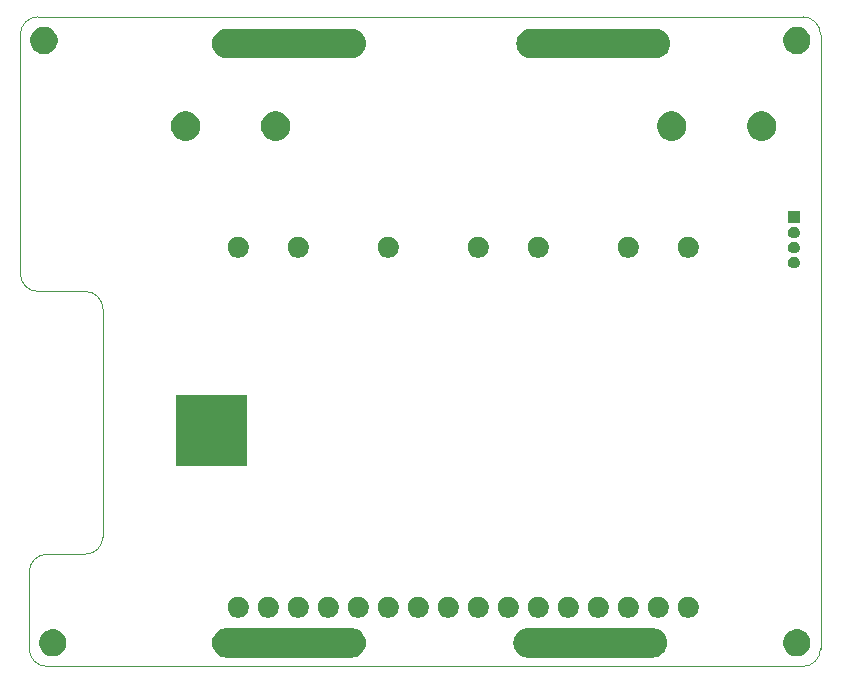
<source format=gbr>
%TF.GenerationSoftware,KiCad,Pcbnew,(5.1.0-0)*%
%TF.CreationDate,2019-05-08T03:50:09+02:00*%
%TF.ProjectId,VFD_Watch,5646445f-5761-4746-9368-2e6b69636164,rev?*%
%TF.SameCoordinates,Original*%
%TF.FileFunction,Soldermask,Bot*%
%TF.FilePolarity,Negative*%
%FSLAX46Y46*%
G04 Gerber Fmt 4.6, Leading zero omitted, Abs format (unit mm)*
G04 Created by KiCad (PCBNEW (5.1.0-0)) date 2019-05-08 03:50:09*
%MOMM*%
%LPD*%
G04 APERTURE LIST*
%ADD10C,0.050000*%
%ADD11C,0.150000*%
G04 APERTURE END LIST*
D10*
X93750000Y-117000000D02*
G75*
G02X92250000Y-118500000I-1500000J0D01*
G01*
X92250000Y-96250000D02*
G75*
G02X93750000Y-97750000I0J-1500000D01*
G01*
X88250000Y-96250000D02*
G75*
G02X86750000Y-94750000I0J1500000D01*
G01*
X87500000Y-120000000D02*
G75*
G02X89000000Y-118500000I1500000J0D01*
G01*
X89000000Y-128000000D02*
G75*
G02X87500000Y-126500000I0J1500000D01*
G01*
X154500000Y-126500000D02*
G75*
G02X153000000Y-128000000I-1500000J0D01*
G01*
X153000000Y-73000000D02*
G75*
G02X154500000Y-74500000I0J-1500000D01*
G01*
X86750000Y-74500000D02*
G75*
G02X88250000Y-73000000I1500000J0D01*
G01*
X87500000Y-120000000D02*
X87500000Y-126500000D01*
X92250000Y-118500000D02*
X89000000Y-118500000D01*
X93750000Y-97750000D02*
X93750000Y-117000000D01*
X88250000Y-96250000D02*
X92250000Y-96250000D01*
X86750000Y-76750000D02*
X86750000Y-94750000D01*
X86750000Y-74500000D02*
X86750000Y-76750000D01*
X153000000Y-73000000D02*
X88250000Y-73000000D01*
X154500000Y-74500000D02*
X154500000Y-126500000D01*
X89000000Y-128000000D02*
X153000000Y-128000000D01*
D11*
G36*
X140495041Y-124768086D02*
G01*
X140612856Y-124803825D01*
X140730669Y-124839563D01*
X140730671Y-124839564D01*
X140947822Y-124955633D01*
X141138160Y-125111840D01*
X141294367Y-125302178D01*
X141410436Y-125519329D01*
X141481914Y-125754959D01*
X141506048Y-126000000D01*
X141481914Y-126245041D01*
X141410436Y-126480671D01*
X141294367Y-126697822D01*
X141138160Y-126888160D01*
X140947822Y-127044367D01*
X140832877Y-127105806D01*
X140730669Y-127160437D01*
X140612856Y-127196175D01*
X140495041Y-127231914D01*
X140311409Y-127250000D01*
X129688591Y-127250000D01*
X129504959Y-127231914D01*
X129387144Y-127196175D01*
X129269331Y-127160437D01*
X129167123Y-127105806D01*
X129052178Y-127044367D01*
X128861840Y-126888160D01*
X128705633Y-126697822D01*
X128589564Y-126480671D01*
X128518086Y-126245041D01*
X128493952Y-126000000D01*
X128518086Y-125754959D01*
X128589564Y-125519329D01*
X128705633Y-125302178D01*
X128861840Y-125111840D01*
X129052178Y-124955633D01*
X129269329Y-124839564D01*
X129269331Y-124839563D01*
X129387144Y-124803825D01*
X129504959Y-124768086D01*
X129688591Y-124750000D01*
X140311409Y-124750000D01*
X140495041Y-124768086D01*
X140495041Y-124768086D01*
G37*
G36*
X114995041Y-124768086D02*
G01*
X115112856Y-124803825D01*
X115230669Y-124839563D01*
X115230671Y-124839564D01*
X115447822Y-124955633D01*
X115638160Y-125111840D01*
X115794367Y-125302178D01*
X115910436Y-125519329D01*
X115981914Y-125754959D01*
X116006048Y-126000000D01*
X115981914Y-126245041D01*
X115910436Y-126480671D01*
X115794367Y-126697822D01*
X115638160Y-126888160D01*
X115447822Y-127044367D01*
X115332877Y-127105806D01*
X115230669Y-127160437D01*
X115112856Y-127196175D01*
X114995041Y-127231914D01*
X114811409Y-127250000D01*
X104188591Y-127250000D01*
X104004959Y-127231914D01*
X103887144Y-127196175D01*
X103769331Y-127160437D01*
X103667123Y-127105806D01*
X103552178Y-127044367D01*
X103361840Y-126888160D01*
X103205633Y-126697822D01*
X103089564Y-126480671D01*
X103018086Y-126245041D01*
X102993952Y-126000000D01*
X103018086Y-125754959D01*
X103089564Y-125519329D01*
X103205633Y-125302178D01*
X103361840Y-125111840D01*
X103552178Y-124955633D01*
X103769329Y-124839564D01*
X103769331Y-124839563D01*
X103887144Y-124803825D01*
X104004959Y-124768086D01*
X104188591Y-124750000D01*
X114811409Y-124750000D01*
X114995041Y-124768086D01*
X114995041Y-124768086D01*
G37*
G36*
X152687324Y-124864731D02*
G01*
X152835443Y-124894194D01*
X153044729Y-124980884D01*
X153233082Y-125106737D01*
X153393263Y-125266918D01*
X153519116Y-125455271D01*
X153605806Y-125664557D01*
X153650000Y-125886735D01*
X153650000Y-126113265D01*
X153605806Y-126335443D01*
X153519116Y-126544729D01*
X153393263Y-126733082D01*
X153233082Y-126893263D01*
X153044729Y-127019116D01*
X152835443Y-127105806D01*
X152687324Y-127135269D01*
X152613266Y-127150000D01*
X152386734Y-127150000D01*
X152312676Y-127135269D01*
X152164557Y-127105806D01*
X151955271Y-127019116D01*
X151766918Y-126893263D01*
X151606737Y-126733082D01*
X151480884Y-126544729D01*
X151394194Y-126335443D01*
X151350000Y-126113265D01*
X151350000Y-125886735D01*
X151394194Y-125664557D01*
X151480884Y-125455271D01*
X151606737Y-125266918D01*
X151766918Y-125106737D01*
X151955271Y-124980884D01*
X152164557Y-124894194D01*
X152312676Y-124864731D01*
X152386734Y-124850000D01*
X152613266Y-124850000D01*
X152687324Y-124864731D01*
X152687324Y-124864731D01*
G37*
G36*
X89687324Y-124864731D02*
G01*
X89835443Y-124894194D01*
X90044729Y-124980884D01*
X90233082Y-125106737D01*
X90393263Y-125266918D01*
X90519116Y-125455271D01*
X90605806Y-125664557D01*
X90650000Y-125886735D01*
X90650000Y-126113265D01*
X90605806Y-126335443D01*
X90519116Y-126544729D01*
X90393263Y-126733082D01*
X90233082Y-126893263D01*
X90044729Y-127019116D01*
X89835443Y-127105806D01*
X89687324Y-127135269D01*
X89613266Y-127150000D01*
X89386734Y-127150000D01*
X89312676Y-127135269D01*
X89164557Y-127105806D01*
X88955271Y-127019116D01*
X88766918Y-126893263D01*
X88606737Y-126733082D01*
X88480884Y-126544729D01*
X88394194Y-126335443D01*
X88350000Y-126113265D01*
X88350000Y-125886735D01*
X88394194Y-125664557D01*
X88480884Y-125455271D01*
X88606737Y-125266918D01*
X88766918Y-125106737D01*
X88955271Y-124980884D01*
X89164557Y-124894194D01*
X89312676Y-124864731D01*
X89386734Y-124850000D01*
X89613266Y-124850000D01*
X89687324Y-124864731D01*
X89687324Y-124864731D01*
G37*
G36*
X133402520Y-122124586D02*
G01*
X133566310Y-122192430D01*
X133713717Y-122290924D01*
X133839076Y-122416283D01*
X133937570Y-122563690D01*
X134005414Y-122727480D01*
X134040000Y-122901358D01*
X134040000Y-123078642D01*
X134005414Y-123252520D01*
X133937570Y-123416310D01*
X133839076Y-123563717D01*
X133713717Y-123689076D01*
X133566310Y-123787570D01*
X133566309Y-123787571D01*
X133566308Y-123787571D01*
X133402520Y-123855414D01*
X133228644Y-123890000D01*
X133051356Y-123890000D01*
X132877480Y-123855414D01*
X132713692Y-123787571D01*
X132713691Y-123787571D01*
X132713690Y-123787570D01*
X132566283Y-123689076D01*
X132440924Y-123563717D01*
X132342430Y-123416310D01*
X132274586Y-123252520D01*
X132240000Y-123078642D01*
X132240000Y-122901358D01*
X132274586Y-122727480D01*
X132342430Y-122563690D01*
X132440924Y-122416283D01*
X132566283Y-122290924D01*
X132713690Y-122192430D01*
X132877480Y-122124586D01*
X133051356Y-122090000D01*
X133228644Y-122090000D01*
X133402520Y-122124586D01*
X133402520Y-122124586D01*
G37*
G36*
X130862520Y-122124586D02*
G01*
X131026310Y-122192430D01*
X131173717Y-122290924D01*
X131299076Y-122416283D01*
X131397570Y-122563690D01*
X131465414Y-122727480D01*
X131500000Y-122901358D01*
X131500000Y-123078642D01*
X131465414Y-123252520D01*
X131397570Y-123416310D01*
X131299076Y-123563717D01*
X131173717Y-123689076D01*
X131026310Y-123787570D01*
X131026309Y-123787571D01*
X131026308Y-123787571D01*
X130862520Y-123855414D01*
X130688644Y-123890000D01*
X130511356Y-123890000D01*
X130337480Y-123855414D01*
X130173692Y-123787571D01*
X130173691Y-123787571D01*
X130173690Y-123787570D01*
X130026283Y-123689076D01*
X129900924Y-123563717D01*
X129802430Y-123416310D01*
X129734586Y-123252520D01*
X129700000Y-123078642D01*
X129700000Y-122901358D01*
X129734586Y-122727480D01*
X129802430Y-122563690D01*
X129900924Y-122416283D01*
X130026283Y-122290924D01*
X130173690Y-122192430D01*
X130337480Y-122124586D01*
X130511356Y-122090000D01*
X130688644Y-122090000D01*
X130862520Y-122124586D01*
X130862520Y-122124586D01*
G37*
G36*
X128322520Y-122124586D02*
G01*
X128486310Y-122192430D01*
X128633717Y-122290924D01*
X128759076Y-122416283D01*
X128857570Y-122563690D01*
X128925414Y-122727480D01*
X128960000Y-122901358D01*
X128960000Y-123078642D01*
X128925414Y-123252520D01*
X128857570Y-123416310D01*
X128759076Y-123563717D01*
X128633717Y-123689076D01*
X128486310Y-123787570D01*
X128486309Y-123787571D01*
X128486308Y-123787571D01*
X128322520Y-123855414D01*
X128148644Y-123890000D01*
X127971356Y-123890000D01*
X127797480Y-123855414D01*
X127633692Y-123787571D01*
X127633691Y-123787571D01*
X127633690Y-123787570D01*
X127486283Y-123689076D01*
X127360924Y-123563717D01*
X127262430Y-123416310D01*
X127194586Y-123252520D01*
X127160000Y-123078642D01*
X127160000Y-122901358D01*
X127194586Y-122727480D01*
X127262430Y-122563690D01*
X127360924Y-122416283D01*
X127486283Y-122290924D01*
X127633690Y-122192430D01*
X127797480Y-122124586D01*
X127971356Y-122090000D01*
X128148644Y-122090000D01*
X128322520Y-122124586D01*
X128322520Y-122124586D01*
G37*
G36*
X125782520Y-122124586D02*
G01*
X125946310Y-122192430D01*
X126093717Y-122290924D01*
X126219076Y-122416283D01*
X126317570Y-122563690D01*
X126385414Y-122727480D01*
X126420000Y-122901358D01*
X126420000Y-123078642D01*
X126385414Y-123252520D01*
X126317570Y-123416310D01*
X126219076Y-123563717D01*
X126093717Y-123689076D01*
X125946310Y-123787570D01*
X125946309Y-123787571D01*
X125946308Y-123787571D01*
X125782520Y-123855414D01*
X125608644Y-123890000D01*
X125431356Y-123890000D01*
X125257480Y-123855414D01*
X125093692Y-123787571D01*
X125093691Y-123787571D01*
X125093690Y-123787570D01*
X124946283Y-123689076D01*
X124820924Y-123563717D01*
X124722430Y-123416310D01*
X124654586Y-123252520D01*
X124620000Y-123078642D01*
X124620000Y-122901358D01*
X124654586Y-122727480D01*
X124722430Y-122563690D01*
X124820924Y-122416283D01*
X124946283Y-122290924D01*
X125093690Y-122192430D01*
X125257480Y-122124586D01*
X125431356Y-122090000D01*
X125608644Y-122090000D01*
X125782520Y-122124586D01*
X125782520Y-122124586D01*
G37*
G36*
X123242520Y-122124586D02*
G01*
X123406310Y-122192430D01*
X123553717Y-122290924D01*
X123679076Y-122416283D01*
X123777570Y-122563690D01*
X123845414Y-122727480D01*
X123880000Y-122901358D01*
X123880000Y-123078642D01*
X123845414Y-123252520D01*
X123777570Y-123416310D01*
X123679076Y-123563717D01*
X123553717Y-123689076D01*
X123406310Y-123787570D01*
X123406309Y-123787571D01*
X123406308Y-123787571D01*
X123242520Y-123855414D01*
X123068644Y-123890000D01*
X122891356Y-123890000D01*
X122717480Y-123855414D01*
X122553692Y-123787571D01*
X122553691Y-123787571D01*
X122553690Y-123787570D01*
X122406283Y-123689076D01*
X122280924Y-123563717D01*
X122182430Y-123416310D01*
X122114586Y-123252520D01*
X122080000Y-123078642D01*
X122080000Y-122901358D01*
X122114586Y-122727480D01*
X122182430Y-122563690D01*
X122280924Y-122416283D01*
X122406283Y-122290924D01*
X122553690Y-122192430D01*
X122717480Y-122124586D01*
X122891356Y-122090000D01*
X123068644Y-122090000D01*
X123242520Y-122124586D01*
X123242520Y-122124586D01*
G37*
G36*
X120702520Y-122124586D02*
G01*
X120866310Y-122192430D01*
X121013717Y-122290924D01*
X121139076Y-122416283D01*
X121237570Y-122563690D01*
X121305414Y-122727480D01*
X121340000Y-122901358D01*
X121340000Y-123078642D01*
X121305414Y-123252520D01*
X121237570Y-123416310D01*
X121139076Y-123563717D01*
X121013717Y-123689076D01*
X120866310Y-123787570D01*
X120866309Y-123787571D01*
X120866308Y-123787571D01*
X120702520Y-123855414D01*
X120528644Y-123890000D01*
X120351356Y-123890000D01*
X120177480Y-123855414D01*
X120013692Y-123787571D01*
X120013691Y-123787571D01*
X120013690Y-123787570D01*
X119866283Y-123689076D01*
X119740924Y-123563717D01*
X119642430Y-123416310D01*
X119574586Y-123252520D01*
X119540000Y-123078642D01*
X119540000Y-122901358D01*
X119574586Y-122727480D01*
X119642430Y-122563690D01*
X119740924Y-122416283D01*
X119866283Y-122290924D01*
X120013690Y-122192430D01*
X120177480Y-122124586D01*
X120351356Y-122090000D01*
X120528644Y-122090000D01*
X120702520Y-122124586D01*
X120702520Y-122124586D01*
G37*
G36*
X118162520Y-122124586D02*
G01*
X118326310Y-122192430D01*
X118473717Y-122290924D01*
X118599076Y-122416283D01*
X118697570Y-122563690D01*
X118765414Y-122727480D01*
X118800000Y-122901358D01*
X118800000Y-123078642D01*
X118765414Y-123252520D01*
X118697570Y-123416310D01*
X118599076Y-123563717D01*
X118473717Y-123689076D01*
X118326310Y-123787570D01*
X118326309Y-123787571D01*
X118326308Y-123787571D01*
X118162520Y-123855414D01*
X117988644Y-123890000D01*
X117811356Y-123890000D01*
X117637480Y-123855414D01*
X117473692Y-123787571D01*
X117473691Y-123787571D01*
X117473690Y-123787570D01*
X117326283Y-123689076D01*
X117200924Y-123563717D01*
X117102430Y-123416310D01*
X117034586Y-123252520D01*
X117000000Y-123078642D01*
X117000000Y-122901358D01*
X117034586Y-122727480D01*
X117102430Y-122563690D01*
X117200924Y-122416283D01*
X117326283Y-122290924D01*
X117473690Y-122192430D01*
X117637480Y-122124586D01*
X117811356Y-122090000D01*
X117988644Y-122090000D01*
X118162520Y-122124586D01*
X118162520Y-122124586D01*
G37*
G36*
X115622520Y-122124586D02*
G01*
X115786310Y-122192430D01*
X115933717Y-122290924D01*
X116059076Y-122416283D01*
X116157570Y-122563690D01*
X116225414Y-122727480D01*
X116260000Y-122901358D01*
X116260000Y-123078642D01*
X116225414Y-123252520D01*
X116157570Y-123416310D01*
X116059076Y-123563717D01*
X115933717Y-123689076D01*
X115786310Y-123787570D01*
X115786309Y-123787571D01*
X115786308Y-123787571D01*
X115622520Y-123855414D01*
X115448644Y-123890000D01*
X115271356Y-123890000D01*
X115097480Y-123855414D01*
X114933692Y-123787571D01*
X114933691Y-123787571D01*
X114933690Y-123787570D01*
X114786283Y-123689076D01*
X114660924Y-123563717D01*
X114562430Y-123416310D01*
X114494586Y-123252520D01*
X114460000Y-123078642D01*
X114460000Y-122901358D01*
X114494586Y-122727480D01*
X114562430Y-122563690D01*
X114660924Y-122416283D01*
X114786283Y-122290924D01*
X114933690Y-122192430D01*
X115097480Y-122124586D01*
X115271356Y-122090000D01*
X115448644Y-122090000D01*
X115622520Y-122124586D01*
X115622520Y-122124586D01*
G37*
G36*
X113082520Y-122124586D02*
G01*
X113246310Y-122192430D01*
X113393717Y-122290924D01*
X113519076Y-122416283D01*
X113617570Y-122563690D01*
X113685414Y-122727480D01*
X113720000Y-122901358D01*
X113720000Y-123078642D01*
X113685414Y-123252520D01*
X113617570Y-123416310D01*
X113519076Y-123563717D01*
X113393717Y-123689076D01*
X113246310Y-123787570D01*
X113246309Y-123787571D01*
X113246308Y-123787571D01*
X113082520Y-123855414D01*
X112908644Y-123890000D01*
X112731356Y-123890000D01*
X112557480Y-123855414D01*
X112393692Y-123787571D01*
X112393691Y-123787571D01*
X112393690Y-123787570D01*
X112246283Y-123689076D01*
X112120924Y-123563717D01*
X112022430Y-123416310D01*
X111954586Y-123252520D01*
X111920000Y-123078642D01*
X111920000Y-122901358D01*
X111954586Y-122727480D01*
X112022430Y-122563690D01*
X112120924Y-122416283D01*
X112246283Y-122290924D01*
X112393690Y-122192430D01*
X112557480Y-122124586D01*
X112731356Y-122090000D01*
X112908644Y-122090000D01*
X113082520Y-122124586D01*
X113082520Y-122124586D01*
G37*
G36*
X110542520Y-122124586D02*
G01*
X110706310Y-122192430D01*
X110853717Y-122290924D01*
X110979076Y-122416283D01*
X111077570Y-122563690D01*
X111145414Y-122727480D01*
X111180000Y-122901358D01*
X111180000Y-123078642D01*
X111145414Y-123252520D01*
X111077570Y-123416310D01*
X110979076Y-123563717D01*
X110853717Y-123689076D01*
X110706310Y-123787570D01*
X110706309Y-123787571D01*
X110706308Y-123787571D01*
X110542520Y-123855414D01*
X110368644Y-123890000D01*
X110191356Y-123890000D01*
X110017480Y-123855414D01*
X109853692Y-123787571D01*
X109853691Y-123787571D01*
X109853690Y-123787570D01*
X109706283Y-123689076D01*
X109580924Y-123563717D01*
X109482430Y-123416310D01*
X109414586Y-123252520D01*
X109380000Y-123078642D01*
X109380000Y-122901358D01*
X109414586Y-122727480D01*
X109482430Y-122563690D01*
X109580924Y-122416283D01*
X109706283Y-122290924D01*
X109853690Y-122192430D01*
X110017480Y-122124586D01*
X110191356Y-122090000D01*
X110368644Y-122090000D01*
X110542520Y-122124586D01*
X110542520Y-122124586D01*
G37*
G36*
X108002520Y-122124586D02*
G01*
X108166310Y-122192430D01*
X108313717Y-122290924D01*
X108439076Y-122416283D01*
X108537570Y-122563690D01*
X108605414Y-122727480D01*
X108640000Y-122901358D01*
X108640000Y-123078642D01*
X108605414Y-123252520D01*
X108537570Y-123416310D01*
X108439076Y-123563717D01*
X108313717Y-123689076D01*
X108166310Y-123787570D01*
X108166309Y-123787571D01*
X108166308Y-123787571D01*
X108002520Y-123855414D01*
X107828644Y-123890000D01*
X107651356Y-123890000D01*
X107477480Y-123855414D01*
X107313692Y-123787571D01*
X107313691Y-123787571D01*
X107313690Y-123787570D01*
X107166283Y-123689076D01*
X107040924Y-123563717D01*
X106942430Y-123416310D01*
X106874586Y-123252520D01*
X106840000Y-123078642D01*
X106840000Y-122901358D01*
X106874586Y-122727480D01*
X106942430Y-122563690D01*
X107040924Y-122416283D01*
X107166283Y-122290924D01*
X107313690Y-122192430D01*
X107477480Y-122124586D01*
X107651356Y-122090000D01*
X107828644Y-122090000D01*
X108002520Y-122124586D01*
X108002520Y-122124586D01*
G37*
G36*
X105462520Y-122124586D02*
G01*
X105626310Y-122192430D01*
X105773717Y-122290924D01*
X105899076Y-122416283D01*
X105997570Y-122563690D01*
X106065414Y-122727480D01*
X106100000Y-122901358D01*
X106100000Y-123078642D01*
X106065414Y-123252520D01*
X105997570Y-123416310D01*
X105899076Y-123563717D01*
X105773717Y-123689076D01*
X105626310Y-123787570D01*
X105626309Y-123787571D01*
X105626308Y-123787571D01*
X105462520Y-123855414D01*
X105288644Y-123890000D01*
X105111356Y-123890000D01*
X104937480Y-123855414D01*
X104773692Y-123787571D01*
X104773691Y-123787571D01*
X104773690Y-123787570D01*
X104626283Y-123689076D01*
X104500924Y-123563717D01*
X104402430Y-123416310D01*
X104334586Y-123252520D01*
X104300000Y-123078642D01*
X104300000Y-122901358D01*
X104334586Y-122727480D01*
X104402430Y-122563690D01*
X104500924Y-122416283D01*
X104626283Y-122290924D01*
X104773690Y-122192430D01*
X104937480Y-122124586D01*
X105111356Y-122090000D01*
X105288644Y-122090000D01*
X105462520Y-122124586D01*
X105462520Y-122124586D01*
G37*
G36*
X143562520Y-122124586D02*
G01*
X143726310Y-122192430D01*
X143873717Y-122290924D01*
X143999076Y-122416283D01*
X144097570Y-122563690D01*
X144165414Y-122727480D01*
X144200000Y-122901358D01*
X144200000Y-123078642D01*
X144165414Y-123252520D01*
X144097570Y-123416310D01*
X143999076Y-123563717D01*
X143873717Y-123689076D01*
X143726310Y-123787570D01*
X143726309Y-123787571D01*
X143726308Y-123787571D01*
X143562520Y-123855414D01*
X143388644Y-123890000D01*
X143211356Y-123890000D01*
X143037480Y-123855414D01*
X142873692Y-123787571D01*
X142873691Y-123787571D01*
X142873690Y-123787570D01*
X142726283Y-123689076D01*
X142600924Y-123563717D01*
X142502430Y-123416310D01*
X142434586Y-123252520D01*
X142400000Y-123078642D01*
X142400000Y-122901358D01*
X142434586Y-122727480D01*
X142502430Y-122563690D01*
X142600924Y-122416283D01*
X142726283Y-122290924D01*
X142873690Y-122192430D01*
X143037480Y-122124586D01*
X143211356Y-122090000D01*
X143388644Y-122090000D01*
X143562520Y-122124586D01*
X143562520Y-122124586D01*
G37*
G36*
X141022520Y-122124586D02*
G01*
X141186310Y-122192430D01*
X141333717Y-122290924D01*
X141459076Y-122416283D01*
X141557570Y-122563690D01*
X141625414Y-122727480D01*
X141660000Y-122901358D01*
X141660000Y-123078642D01*
X141625414Y-123252520D01*
X141557570Y-123416310D01*
X141459076Y-123563717D01*
X141333717Y-123689076D01*
X141186310Y-123787570D01*
X141186309Y-123787571D01*
X141186308Y-123787571D01*
X141022520Y-123855414D01*
X140848644Y-123890000D01*
X140671356Y-123890000D01*
X140497480Y-123855414D01*
X140333692Y-123787571D01*
X140333691Y-123787571D01*
X140333690Y-123787570D01*
X140186283Y-123689076D01*
X140060924Y-123563717D01*
X139962430Y-123416310D01*
X139894586Y-123252520D01*
X139860000Y-123078642D01*
X139860000Y-122901358D01*
X139894586Y-122727480D01*
X139962430Y-122563690D01*
X140060924Y-122416283D01*
X140186283Y-122290924D01*
X140333690Y-122192430D01*
X140497480Y-122124586D01*
X140671356Y-122090000D01*
X140848644Y-122090000D01*
X141022520Y-122124586D01*
X141022520Y-122124586D01*
G37*
G36*
X135942520Y-122124586D02*
G01*
X136106310Y-122192430D01*
X136253717Y-122290924D01*
X136379076Y-122416283D01*
X136477570Y-122563690D01*
X136545414Y-122727480D01*
X136580000Y-122901358D01*
X136580000Y-123078642D01*
X136545414Y-123252520D01*
X136477570Y-123416310D01*
X136379076Y-123563717D01*
X136253717Y-123689076D01*
X136106310Y-123787570D01*
X136106309Y-123787571D01*
X136106308Y-123787571D01*
X135942520Y-123855414D01*
X135768644Y-123890000D01*
X135591356Y-123890000D01*
X135417480Y-123855414D01*
X135253692Y-123787571D01*
X135253691Y-123787571D01*
X135253690Y-123787570D01*
X135106283Y-123689076D01*
X134980924Y-123563717D01*
X134882430Y-123416310D01*
X134814586Y-123252520D01*
X134780000Y-123078642D01*
X134780000Y-122901358D01*
X134814586Y-122727480D01*
X134882430Y-122563690D01*
X134980924Y-122416283D01*
X135106283Y-122290924D01*
X135253690Y-122192430D01*
X135417480Y-122124586D01*
X135591356Y-122090000D01*
X135768644Y-122090000D01*
X135942520Y-122124586D01*
X135942520Y-122124586D01*
G37*
G36*
X138482520Y-122124586D02*
G01*
X138646310Y-122192430D01*
X138793717Y-122290924D01*
X138919076Y-122416283D01*
X139017570Y-122563690D01*
X139085414Y-122727480D01*
X139120000Y-122901358D01*
X139120000Y-123078642D01*
X139085414Y-123252520D01*
X139017570Y-123416310D01*
X138919076Y-123563717D01*
X138793717Y-123689076D01*
X138646310Y-123787570D01*
X138646309Y-123787571D01*
X138646308Y-123787571D01*
X138482520Y-123855414D01*
X138308644Y-123890000D01*
X138131356Y-123890000D01*
X137957480Y-123855414D01*
X137793692Y-123787571D01*
X137793691Y-123787571D01*
X137793690Y-123787570D01*
X137646283Y-123689076D01*
X137520924Y-123563717D01*
X137422430Y-123416310D01*
X137354586Y-123252520D01*
X137320000Y-123078642D01*
X137320000Y-122901358D01*
X137354586Y-122727480D01*
X137422430Y-122563690D01*
X137520924Y-122416283D01*
X137646283Y-122290924D01*
X137793690Y-122192430D01*
X137957480Y-122124586D01*
X138131356Y-122090000D01*
X138308644Y-122090000D01*
X138482520Y-122124586D01*
X138482520Y-122124586D01*
G37*
G36*
X105913000Y-111004000D02*
G01*
X99913000Y-111004000D01*
X99913000Y-105004000D01*
X105913000Y-105004000D01*
X105913000Y-111004000D01*
X105913000Y-111004000D01*
G37*
G36*
X152348015Y-93297234D02*
G01*
X152442270Y-93325826D01*
X152529128Y-93372253D01*
X152605264Y-93434736D01*
X152667747Y-93510872D01*
X152714174Y-93597730D01*
X152742766Y-93691985D01*
X152752419Y-93790000D01*
X152742766Y-93888015D01*
X152714174Y-93982270D01*
X152667747Y-94069128D01*
X152605264Y-94145264D01*
X152529128Y-94207747D01*
X152442270Y-94254174D01*
X152348015Y-94282766D01*
X152274564Y-94290000D01*
X152225436Y-94290000D01*
X152151985Y-94282766D01*
X152057730Y-94254174D01*
X151970872Y-94207747D01*
X151894736Y-94145264D01*
X151832253Y-94069128D01*
X151785826Y-93982270D01*
X151757234Y-93888015D01*
X151747581Y-93790000D01*
X151757234Y-93691985D01*
X151785826Y-93597730D01*
X151832253Y-93510872D01*
X151894736Y-93434736D01*
X151970872Y-93372253D01*
X152057730Y-93325826D01*
X152151985Y-93297234D01*
X152225436Y-93290000D01*
X152274564Y-93290000D01*
X152348015Y-93297234D01*
X152348015Y-93297234D01*
G37*
G36*
X138482520Y-91644586D02*
G01*
X138646310Y-91712430D01*
X138793717Y-91810924D01*
X138919076Y-91936283D01*
X138979847Y-92027234D01*
X139017571Y-92083692D01*
X139085414Y-92247480D01*
X139101377Y-92327730D01*
X139120000Y-92421358D01*
X139120000Y-92598642D01*
X139085414Y-92772520D01*
X139017570Y-92936310D01*
X138919076Y-93083717D01*
X138793717Y-93209076D01*
X138646310Y-93307570D01*
X138646309Y-93307571D01*
X138646308Y-93307571D01*
X138482520Y-93375414D01*
X138308644Y-93410000D01*
X138131356Y-93410000D01*
X137957480Y-93375414D01*
X137793692Y-93307571D01*
X137793691Y-93307571D01*
X137793690Y-93307570D01*
X137646283Y-93209076D01*
X137520924Y-93083717D01*
X137422430Y-92936310D01*
X137354586Y-92772520D01*
X137320000Y-92598642D01*
X137320000Y-92421358D01*
X137338624Y-92327730D01*
X137354586Y-92247480D01*
X137422429Y-92083692D01*
X137460153Y-92027234D01*
X137520924Y-91936283D01*
X137646283Y-91810924D01*
X137793690Y-91712430D01*
X137957480Y-91644586D01*
X138131356Y-91610000D01*
X138308644Y-91610000D01*
X138482520Y-91644586D01*
X138482520Y-91644586D01*
G37*
G36*
X105462520Y-91644586D02*
G01*
X105626310Y-91712430D01*
X105773717Y-91810924D01*
X105899076Y-91936283D01*
X105959847Y-92027234D01*
X105997571Y-92083692D01*
X106065414Y-92247480D01*
X106081377Y-92327730D01*
X106100000Y-92421358D01*
X106100000Y-92598642D01*
X106065414Y-92772520D01*
X105997570Y-92936310D01*
X105899076Y-93083717D01*
X105773717Y-93209076D01*
X105626310Y-93307570D01*
X105626309Y-93307571D01*
X105626308Y-93307571D01*
X105462520Y-93375414D01*
X105288644Y-93410000D01*
X105111356Y-93410000D01*
X104937480Y-93375414D01*
X104773692Y-93307571D01*
X104773691Y-93307571D01*
X104773690Y-93307570D01*
X104626283Y-93209076D01*
X104500924Y-93083717D01*
X104402430Y-92936310D01*
X104334586Y-92772520D01*
X104300000Y-92598642D01*
X104300000Y-92421358D01*
X104318624Y-92327730D01*
X104334586Y-92247480D01*
X104402429Y-92083692D01*
X104440153Y-92027234D01*
X104500924Y-91936283D01*
X104626283Y-91810924D01*
X104773690Y-91712430D01*
X104937480Y-91644586D01*
X105111356Y-91610000D01*
X105288644Y-91610000D01*
X105462520Y-91644586D01*
X105462520Y-91644586D01*
G37*
G36*
X110542520Y-91644586D02*
G01*
X110706310Y-91712430D01*
X110853717Y-91810924D01*
X110979076Y-91936283D01*
X111039847Y-92027234D01*
X111077571Y-92083692D01*
X111145414Y-92247480D01*
X111161377Y-92327730D01*
X111180000Y-92421358D01*
X111180000Y-92598642D01*
X111145414Y-92772520D01*
X111077570Y-92936310D01*
X110979076Y-93083717D01*
X110853717Y-93209076D01*
X110706310Y-93307570D01*
X110706309Y-93307571D01*
X110706308Y-93307571D01*
X110542520Y-93375414D01*
X110368644Y-93410000D01*
X110191356Y-93410000D01*
X110017480Y-93375414D01*
X109853692Y-93307571D01*
X109853691Y-93307571D01*
X109853690Y-93307570D01*
X109706283Y-93209076D01*
X109580924Y-93083717D01*
X109482430Y-92936310D01*
X109414586Y-92772520D01*
X109380000Y-92598642D01*
X109380000Y-92421358D01*
X109398624Y-92327730D01*
X109414586Y-92247480D01*
X109482429Y-92083692D01*
X109520153Y-92027234D01*
X109580924Y-91936283D01*
X109706283Y-91810924D01*
X109853690Y-91712430D01*
X110017480Y-91644586D01*
X110191356Y-91610000D01*
X110368644Y-91610000D01*
X110542520Y-91644586D01*
X110542520Y-91644586D01*
G37*
G36*
X118162520Y-91644586D02*
G01*
X118326310Y-91712430D01*
X118473717Y-91810924D01*
X118599076Y-91936283D01*
X118659847Y-92027234D01*
X118697571Y-92083692D01*
X118765414Y-92247480D01*
X118781377Y-92327730D01*
X118800000Y-92421358D01*
X118800000Y-92598642D01*
X118765414Y-92772520D01*
X118697570Y-92936310D01*
X118599076Y-93083717D01*
X118473717Y-93209076D01*
X118326310Y-93307570D01*
X118326309Y-93307571D01*
X118326308Y-93307571D01*
X118162520Y-93375414D01*
X117988644Y-93410000D01*
X117811356Y-93410000D01*
X117637480Y-93375414D01*
X117473692Y-93307571D01*
X117473691Y-93307571D01*
X117473690Y-93307570D01*
X117326283Y-93209076D01*
X117200924Y-93083717D01*
X117102430Y-92936310D01*
X117034586Y-92772520D01*
X117000000Y-92598642D01*
X117000000Y-92421358D01*
X117018624Y-92327730D01*
X117034586Y-92247480D01*
X117102429Y-92083692D01*
X117140153Y-92027234D01*
X117200924Y-91936283D01*
X117326283Y-91810924D01*
X117473690Y-91712430D01*
X117637480Y-91644586D01*
X117811356Y-91610000D01*
X117988644Y-91610000D01*
X118162520Y-91644586D01*
X118162520Y-91644586D01*
G37*
G36*
X125782520Y-91644586D02*
G01*
X125946310Y-91712430D01*
X126093717Y-91810924D01*
X126219076Y-91936283D01*
X126279847Y-92027234D01*
X126317571Y-92083692D01*
X126385414Y-92247480D01*
X126401377Y-92327730D01*
X126420000Y-92421358D01*
X126420000Y-92598642D01*
X126385414Y-92772520D01*
X126317570Y-92936310D01*
X126219076Y-93083717D01*
X126093717Y-93209076D01*
X125946310Y-93307570D01*
X125946309Y-93307571D01*
X125946308Y-93307571D01*
X125782520Y-93375414D01*
X125608644Y-93410000D01*
X125431356Y-93410000D01*
X125257480Y-93375414D01*
X125093692Y-93307571D01*
X125093691Y-93307571D01*
X125093690Y-93307570D01*
X124946283Y-93209076D01*
X124820924Y-93083717D01*
X124722430Y-92936310D01*
X124654586Y-92772520D01*
X124620000Y-92598642D01*
X124620000Y-92421358D01*
X124638624Y-92327730D01*
X124654586Y-92247480D01*
X124722429Y-92083692D01*
X124760153Y-92027234D01*
X124820924Y-91936283D01*
X124946283Y-91810924D01*
X125093690Y-91712430D01*
X125257480Y-91644586D01*
X125431356Y-91610000D01*
X125608644Y-91610000D01*
X125782520Y-91644586D01*
X125782520Y-91644586D01*
G37*
G36*
X130862520Y-91644586D02*
G01*
X131026310Y-91712430D01*
X131173717Y-91810924D01*
X131299076Y-91936283D01*
X131359847Y-92027234D01*
X131397571Y-92083692D01*
X131465414Y-92247480D01*
X131481377Y-92327730D01*
X131500000Y-92421358D01*
X131500000Y-92598642D01*
X131465414Y-92772520D01*
X131397570Y-92936310D01*
X131299076Y-93083717D01*
X131173717Y-93209076D01*
X131026310Y-93307570D01*
X131026309Y-93307571D01*
X131026308Y-93307571D01*
X130862520Y-93375414D01*
X130688644Y-93410000D01*
X130511356Y-93410000D01*
X130337480Y-93375414D01*
X130173692Y-93307571D01*
X130173691Y-93307571D01*
X130173690Y-93307570D01*
X130026283Y-93209076D01*
X129900924Y-93083717D01*
X129802430Y-92936310D01*
X129734586Y-92772520D01*
X129700000Y-92598642D01*
X129700000Y-92421358D01*
X129718624Y-92327730D01*
X129734586Y-92247480D01*
X129802429Y-92083692D01*
X129840153Y-92027234D01*
X129900924Y-91936283D01*
X130026283Y-91810924D01*
X130173690Y-91712430D01*
X130337480Y-91644586D01*
X130511356Y-91610000D01*
X130688644Y-91610000D01*
X130862520Y-91644586D01*
X130862520Y-91644586D01*
G37*
G36*
X143562520Y-91644586D02*
G01*
X143726310Y-91712430D01*
X143873717Y-91810924D01*
X143999076Y-91936283D01*
X144059847Y-92027234D01*
X144097571Y-92083692D01*
X144165414Y-92247480D01*
X144181377Y-92327730D01*
X144200000Y-92421358D01*
X144200000Y-92598642D01*
X144165414Y-92772520D01*
X144097570Y-92936310D01*
X143999076Y-93083717D01*
X143873717Y-93209076D01*
X143726310Y-93307570D01*
X143726309Y-93307571D01*
X143726308Y-93307571D01*
X143562520Y-93375414D01*
X143388644Y-93410000D01*
X143211356Y-93410000D01*
X143037480Y-93375414D01*
X142873692Y-93307571D01*
X142873691Y-93307571D01*
X142873690Y-93307570D01*
X142726283Y-93209076D01*
X142600924Y-93083717D01*
X142502430Y-92936310D01*
X142434586Y-92772520D01*
X142400000Y-92598642D01*
X142400000Y-92421358D01*
X142418624Y-92327730D01*
X142434586Y-92247480D01*
X142502429Y-92083692D01*
X142540153Y-92027234D01*
X142600924Y-91936283D01*
X142726283Y-91810924D01*
X142873690Y-91712430D01*
X143037480Y-91644586D01*
X143211356Y-91610000D01*
X143388644Y-91610000D01*
X143562520Y-91644586D01*
X143562520Y-91644586D01*
G37*
G36*
X152348015Y-92027234D02*
G01*
X152442270Y-92055826D01*
X152529128Y-92102253D01*
X152605264Y-92164736D01*
X152667747Y-92240872D01*
X152714174Y-92327730D01*
X152742766Y-92421985D01*
X152752419Y-92520000D01*
X152742766Y-92618015D01*
X152714174Y-92712270D01*
X152667747Y-92799128D01*
X152605264Y-92875264D01*
X152529128Y-92937747D01*
X152442270Y-92984174D01*
X152348015Y-93012766D01*
X152274564Y-93020000D01*
X152225436Y-93020000D01*
X152151985Y-93012766D01*
X152057730Y-92984174D01*
X151970872Y-92937747D01*
X151894736Y-92875264D01*
X151832253Y-92799128D01*
X151785826Y-92712270D01*
X151757234Y-92618015D01*
X151747581Y-92520000D01*
X151757234Y-92421985D01*
X151785826Y-92327730D01*
X151832253Y-92240872D01*
X151894736Y-92164736D01*
X151970872Y-92102253D01*
X152057730Y-92055826D01*
X152151985Y-92027234D01*
X152225436Y-92020000D01*
X152274564Y-92020000D01*
X152348015Y-92027234D01*
X152348015Y-92027234D01*
G37*
G36*
X152348015Y-90757234D02*
G01*
X152442270Y-90785826D01*
X152529128Y-90832253D01*
X152605264Y-90894736D01*
X152667747Y-90970872D01*
X152714174Y-91057730D01*
X152742766Y-91151985D01*
X152752419Y-91250000D01*
X152742766Y-91348015D01*
X152714174Y-91442270D01*
X152667747Y-91529128D01*
X152605264Y-91605264D01*
X152529128Y-91667747D01*
X152442270Y-91714174D01*
X152348015Y-91742766D01*
X152274564Y-91750000D01*
X152225436Y-91750000D01*
X152151985Y-91742766D01*
X152057730Y-91714174D01*
X151970872Y-91667747D01*
X151894736Y-91605264D01*
X151832253Y-91529128D01*
X151785826Y-91442270D01*
X151757234Y-91348015D01*
X151747581Y-91250000D01*
X151757234Y-91151985D01*
X151785826Y-91057730D01*
X151832253Y-90970872D01*
X151894736Y-90894736D01*
X151970872Y-90832253D01*
X152057730Y-90785826D01*
X152151985Y-90757234D01*
X152225436Y-90750000D01*
X152274564Y-90750000D01*
X152348015Y-90757234D01*
X152348015Y-90757234D01*
G37*
G36*
X152750000Y-90480000D02*
G01*
X151750000Y-90480000D01*
X151750000Y-89480000D01*
X152750000Y-89480000D01*
X152750000Y-90480000D01*
X152750000Y-90480000D01*
G37*
G36*
X149884610Y-81048036D02*
G01*
X150112095Y-81142264D01*
X150112097Y-81142265D01*
X150316828Y-81279062D01*
X150490938Y-81453172D01*
X150627736Y-81657905D01*
X150721964Y-81885390D01*
X150770000Y-82126884D01*
X150770000Y-82373116D01*
X150721964Y-82614610D01*
X150627736Y-82842095D01*
X150627735Y-82842097D01*
X150490938Y-83046828D01*
X150316828Y-83220938D01*
X150112097Y-83357735D01*
X150112096Y-83357736D01*
X150112095Y-83357736D01*
X149884610Y-83451964D01*
X149643116Y-83500000D01*
X149396884Y-83500000D01*
X149155390Y-83451964D01*
X148927905Y-83357736D01*
X148927904Y-83357736D01*
X148927903Y-83357735D01*
X148723172Y-83220938D01*
X148549062Y-83046828D01*
X148412265Y-82842097D01*
X148412264Y-82842095D01*
X148318036Y-82614610D01*
X148270000Y-82373116D01*
X148270000Y-82126884D01*
X148318036Y-81885390D01*
X148412264Y-81657905D01*
X148549062Y-81453172D01*
X148723172Y-81279062D01*
X148927903Y-81142265D01*
X148927905Y-81142264D01*
X149155390Y-81048036D01*
X149396884Y-81000000D01*
X149643116Y-81000000D01*
X149884610Y-81048036D01*
X149884610Y-81048036D01*
G37*
G36*
X142264610Y-81048036D02*
G01*
X142492095Y-81142264D01*
X142492097Y-81142265D01*
X142696828Y-81279062D01*
X142870938Y-81453172D01*
X143007736Y-81657905D01*
X143101964Y-81885390D01*
X143150000Y-82126884D01*
X143150000Y-82373116D01*
X143101964Y-82614610D01*
X143007736Y-82842095D01*
X143007735Y-82842097D01*
X142870938Y-83046828D01*
X142696828Y-83220938D01*
X142492097Y-83357735D01*
X142492096Y-83357736D01*
X142492095Y-83357736D01*
X142264610Y-83451964D01*
X142023116Y-83500000D01*
X141776884Y-83500000D01*
X141535390Y-83451964D01*
X141307905Y-83357736D01*
X141307904Y-83357736D01*
X141307903Y-83357735D01*
X141103172Y-83220938D01*
X140929062Y-83046828D01*
X140792265Y-82842097D01*
X140792264Y-82842095D01*
X140698036Y-82614610D01*
X140650000Y-82373116D01*
X140650000Y-82126884D01*
X140698036Y-81885390D01*
X140792264Y-81657905D01*
X140929062Y-81453172D01*
X141103172Y-81279062D01*
X141307903Y-81142265D01*
X141307905Y-81142264D01*
X141535390Y-81048036D01*
X141776884Y-81000000D01*
X142023116Y-81000000D01*
X142264610Y-81048036D01*
X142264610Y-81048036D01*
G37*
G36*
X108734610Y-81048036D02*
G01*
X108962095Y-81142264D01*
X108962097Y-81142265D01*
X109166828Y-81279062D01*
X109340938Y-81453172D01*
X109477736Y-81657905D01*
X109571964Y-81885390D01*
X109620000Y-82126884D01*
X109620000Y-82373116D01*
X109571964Y-82614610D01*
X109477736Y-82842095D01*
X109477735Y-82842097D01*
X109340938Y-83046828D01*
X109166828Y-83220938D01*
X108962097Y-83357735D01*
X108962096Y-83357736D01*
X108962095Y-83357736D01*
X108734610Y-83451964D01*
X108493116Y-83500000D01*
X108246884Y-83500000D01*
X108005390Y-83451964D01*
X107777905Y-83357736D01*
X107777904Y-83357736D01*
X107777903Y-83357735D01*
X107573172Y-83220938D01*
X107399062Y-83046828D01*
X107262265Y-82842097D01*
X107262264Y-82842095D01*
X107168036Y-82614610D01*
X107120000Y-82373116D01*
X107120000Y-82126884D01*
X107168036Y-81885390D01*
X107262264Y-81657905D01*
X107399062Y-81453172D01*
X107573172Y-81279062D01*
X107777903Y-81142265D01*
X107777905Y-81142264D01*
X108005390Y-81048036D01*
X108246884Y-81000000D01*
X108493116Y-81000000D01*
X108734610Y-81048036D01*
X108734610Y-81048036D01*
G37*
G36*
X101114610Y-81048036D02*
G01*
X101342095Y-81142264D01*
X101342097Y-81142265D01*
X101546828Y-81279062D01*
X101720938Y-81453172D01*
X101857736Y-81657905D01*
X101951964Y-81885390D01*
X102000000Y-82126884D01*
X102000000Y-82373116D01*
X101951964Y-82614610D01*
X101857736Y-82842095D01*
X101857735Y-82842097D01*
X101720938Y-83046828D01*
X101546828Y-83220938D01*
X101342097Y-83357735D01*
X101342096Y-83357736D01*
X101342095Y-83357736D01*
X101114610Y-83451964D01*
X100873116Y-83500000D01*
X100626884Y-83500000D01*
X100385390Y-83451964D01*
X100157905Y-83357736D01*
X100157904Y-83357736D01*
X100157903Y-83357735D01*
X99953172Y-83220938D01*
X99779062Y-83046828D01*
X99642265Y-82842097D01*
X99642264Y-82842095D01*
X99548036Y-82614610D01*
X99500000Y-82373116D01*
X99500000Y-82126884D01*
X99548036Y-81885390D01*
X99642264Y-81657905D01*
X99779062Y-81453172D01*
X99953172Y-81279062D01*
X100157903Y-81142265D01*
X100157905Y-81142264D01*
X100385390Y-81048036D01*
X100626884Y-81000000D01*
X100873116Y-81000000D01*
X101114610Y-81048036D01*
X101114610Y-81048036D01*
G37*
G36*
X140745041Y-74018086D02*
G01*
X140862856Y-74053825D01*
X140980669Y-74089563D01*
X140980671Y-74089564D01*
X141197822Y-74205633D01*
X141388160Y-74361840D01*
X141544367Y-74552178D01*
X141660436Y-74769329D01*
X141731914Y-75004959D01*
X141756048Y-75250000D01*
X141731914Y-75495041D01*
X141660436Y-75730671D01*
X141544367Y-75947822D01*
X141388160Y-76138160D01*
X141197822Y-76294367D01*
X140980671Y-76410436D01*
X140980669Y-76410437D01*
X140862856Y-76446175D01*
X140745041Y-76481914D01*
X140561409Y-76500000D01*
X129938591Y-76500000D01*
X129754959Y-76481914D01*
X129637144Y-76446175D01*
X129519331Y-76410437D01*
X129519329Y-76410436D01*
X129302178Y-76294367D01*
X129111840Y-76138160D01*
X128955633Y-75947822D01*
X128839564Y-75730671D01*
X128768086Y-75495041D01*
X128743952Y-75250000D01*
X128768086Y-75004959D01*
X128839564Y-74769329D01*
X128955633Y-74552178D01*
X129111840Y-74361840D01*
X129302178Y-74205633D01*
X129519329Y-74089564D01*
X129519331Y-74089563D01*
X129637144Y-74053825D01*
X129754959Y-74018086D01*
X129938591Y-74000000D01*
X140561409Y-74000000D01*
X140745041Y-74018086D01*
X140745041Y-74018086D01*
G37*
G36*
X114995041Y-74018086D02*
G01*
X115112856Y-74053825D01*
X115230669Y-74089563D01*
X115230671Y-74089564D01*
X115447822Y-74205633D01*
X115638160Y-74361840D01*
X115794367Y-74552178D01*
X115910436Y-74769329D01*
X115981914Y-75004959D01*
X116006048Y-75250000D01*
X115981914Y-75495041D01*
X115910436Y-75730671D01*
X115794367Y-75947822D01*
X115638160Y-76138160D01*
X115447822Y-76294367D01*
X115230671Y-76410436D01*
X115230669Y-76410437D01*
X115112856Y-76446175D01*
X114995041Y-76481914D01*
X114811409Y-76500000D01*
X104188591Y-76500000D01*
X104004959Y-76481914D01*
X103887144Y-76446175D01*
X103769331Y-76410437D01*
X103769329Y-76410436D01*
X103552178Y-76294367D01*
X103361840Y-76138160D01*
X103205633Y-75947822D01*
X103089564Y-75730671D01*
X103018086Y-75495041D01*
X102993952Y-75250000D01*
X103018086Y-75004959D01*
X103089564Y-74769329D01*
X103205633Y-74552178D01*
X103361840Y-74361840D01*
X103552178Y-74205633D01*
X103769329Y-74089564D01*
X103769331Y-74089563D01*
X103887144Y-74053825D01*
X104004959Y-74018086D01*
X104188591Y-74000000D01*
X114811409Y-74000000D01*
X114995041Y-74018086D01*
X114995041Y-74018086D01*
G37*
G36*
X152687324Y-73864731D02*
G01*
X152835443Y-73894194D01*
X153044729Y-73980884D01*
X153233082Y-74106737D01*
X153393263Y-74266918D01*
X153519116Y-74455271D01*
X153605806Y-74664557D01*
X153650000Y-74886735D01*
X153650000Y-75113265D01*
X153605806Y-75335443D01*
X153519116Y-75544729D01*
X153393263Y-75733082D01*
X153233082Y-75893263D01*
X153044729Y-76019116D01*
X152835443Y-76105806D01*
X152687324Y-76135269D01*
X152613266Y-76150000D01*
X152386734Y-76150000D01*
X152312676Y-76135269D01*
X152164557Y-76105806D01*
X151955271Y-76019116D01*
X151766918Y-75893263D01*
X151606737Y-75733082D01*
X151480884Y-75544729D01*
X151394194Y-75335443D01*
X151350000Y-75113265D01*
X151350000Y-74886735D01*
X151394194Y-74664557D01*
X151480884Y-74455271D01*
X151606737Y-74266918D01*
X151766918Y-74106737D01*
X151955271Y-73980884D01*
X152164557Y-73894194D01*
X152312676Y-73864731D01*
X152386734Y-73850000D01*
X152613266Y-73850000D01*
X152687324Y-73864731D01*
X152687324Y-73864731D01*
G37*
G36*
X88937324Y-73864731D02*
G01*
X89085443Y-73894194D01*
X89294729Y-73980884D01*
X89483082Y-74106737D01*
X89643263Y-74266918D01*
X89769116Y-74455271D01*
X89855806Y-74664557D01*
X89900000Y-74886735D01*
X89900000Y-75113265D01*
X89855806Y-75335443D01*
X89769116Y-75544729D01*
X89643263Y-75733082D01*
X89483082Y-75893263D01*
X89294729Y-76019116D01*
X89085443Y-76105806D01*
X88937324Y-76135269D01*
X88863266Y-76150000D01*
X88636734Y-76150000D01*
X88562676Y-76135269D01*
X88414557Y-76105806D01*
X88205271Y-76019116D01*
X88016918Y-75893263D01*
X87856737Y-75733082D01*
X87730884Y-75544729D01*
X87644194Y-75335443D01*
X87600000Y-75113265D01*
X87600000Y-74886735D01*
X87644194Y-74664557D01*
X87730884Y-74455271D01*
X87856737Y-74266918D01*
X88016918Y-74106737D01*
X88205271Y-73980884D01*
X88414557Y-73894194D01*
X88562676Y-73864731D01*
X88636734Y-73850000D01*
X88863266Y-73850000D01*
X88937324Y-73864731D01*
X88937324Y-73864731D01*
G37*
M02*

</source>
